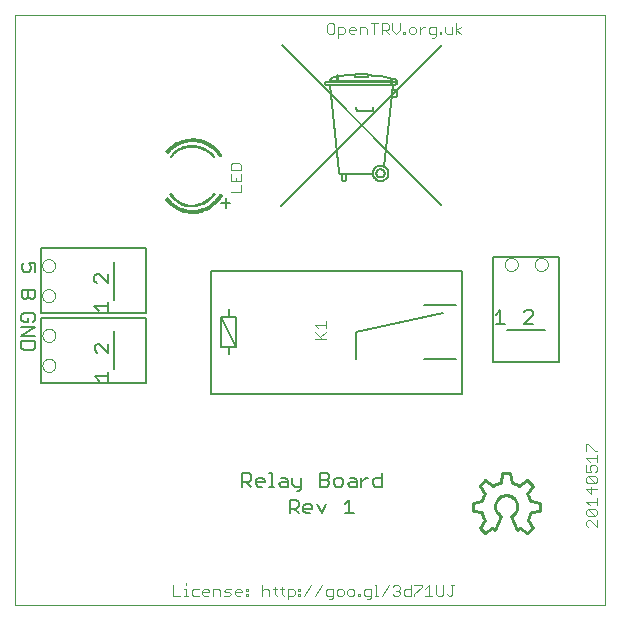
<source format=gto>
G75*
%MOIN*%
%OFA0B0*%
%FSLAX24Y24*%
%IPPOS*%
%LPD*%
%AMOC8*
5,1,8,0,0,1.08239X$1,22.5*
%
%ADD10C,0.0000*%
%ADD11C,0.0050*%
%ADD12C,0.0040*%
%ADD13C,0.0079*%
%ADD14C,0.0100*%
%ADD15C,0.0006*%
%ADD16C,0.0010*%
%ADD17C,0.0060*%
D10*
X000285Y000180D02*
X000285Y019865D01*
X019970Y019865D01*
X019970Y000180D01*
X000285Y000180D01*
X001202Y008174D02*
X001204Y008203D01*
X001210Y008231D01*
X001219Y008259D01*
X001232Y008285D01*
X001249Y008308D01*
X001268Y008330D01*
X001290Y008349D01*
X001315Y008364D01*
X001341Y008377D01*
X001369Y008385D01*
X001397Y008390D01*
X001426Y008391D01*
X001455Y008388D01*
X001483Y008381D01*
X001510Y008371D01*
X001536Y008357D01*
X001559Y008340D01*
X001580Y008320D01*
X001598Y008297D01*
X001613Y008272D01*
X001624Y008245D01*
X001632Y008217D01*
X001636Y008188D01*
X001636Y008160D01*
X001632Y008131D01*
X001624Y008103D01*
X001613Y008076D01*
X001598Y008051D01*
X001580Y008028D01*
X001559Y008008D01*
X001536Y007991D01*
X001510Y007977D01*
X001483Y007967D01*
X001455Y007960D01*
X001426Y007957D01*
X001397Y007958D01*
X001369Y007963D01*
X001341Y007971D01*
X001315Y007984D01*
X001290Y007999D01*
X001268Y008018D01*
X001249Y008040D01*
X001232Y008063D01*
X001219Y008089D01*
X001210Y008117D01*
X001204Y008145D01*
X001202Y008174D01*
X001202Y009174D02*
X001204Y009203D01*
X001210Y009231D01*
X001219Y009259D01*
X001232Y009285D01*
X001249Y009308D01*
X001268Y009330D01*
X001290Y009349D01*
X001315Y009364D01*
X001341Y009377D01*
X001369Y009385D01*
X001397Y009390D01*
X001426Y009391D01*
X001455Y009388D01*
X001483Y009381D01*
X001510Y009371D01*
X001536Y009357D01*
X001559Y009340D01*
X001580Y009320D01*
X001598Y009297D01*
X001613Y009272D01*
X001624Y009245D01*
X001632Y009217D01*
X001636Y009188D01*
X001636Y009160D01*
X001632Y009131D01*
X001624Y009103D01*
X001613Y009076D01*
X001598Y009051D01*
X001580Y009028D01*
X001559Y009008D01*
X001536Y008991D01*
X001510Y008977D01*
X001483Y008967D01*
X001455Y008960D01*
X001426Y008957D01*
X001397Y008958D01*
X001369Y008963D01*
X001341Y008971D01*
X001315Y008984D01*
X001290Y008999D01*
X001268Y009018D01*
X001249Y009040D01*
X001232Y009063D01*
X001219Y009089D01*
X001210Y009117D01*
X001204Y009145D01*
X001202Y009174D01*
X001194Y010500D02*
X001196Y010529D01*
X001202Y010557D01*
X001211Y010585D01*
X001224Y010611D01*
X001241Y010634D01*
X001260Y010656D01*
X001282Y010675D01*
X001307Y010690D01*
X001333Y010703D01*
X001361Y010711D01*
X001389Y010716D01*
X001418Y010717D01*
X001447Y010714D01*
X001475Y010707D01*
X001502Y010697D01*
X001528Y010683D01*
X001551Y010666D01*
X001572Y010646D01*
X001590Y010623D01*
X001605Y010598D01*
X001616Y010571D01*
X001624Y010543D01*
X001628Y010514D01*
X001628Y010486D01*
X001624Y010457D01*
X001616Y010429D01*
X001605Y010402D01*
X001590Y010377D01*
X001572Y010354D01*
X001551Y010334D01*
X001528Y010317D01*
X001502Y010303D01*
X001475Y010293D01*
X001447Y010286D01*
X001418Y010283D01*
X001389Y010284D01*
X001361Y010289D01*
X001333Y010297D01*
X001307Y010310D01*
X001282Y010325D01*
X001260Y010344D01*
X001241Y010366D01*
X001224Y010389D01*
X001211Y010415D01*
X001202Y010443D01*
X001196Y010471D01*
X001194Y010500D01*
X001194Y011500D02*
X001196Y011529D01*
X001202Y011557D01*
X001211Y011585D01*
X001224Y011611D01*
X001241Y011634D01*
X001260Y011656D01*
X001282Y011675D01*
X001307Y011690D01*
X001333Y011703D01*
X001361Y011711D01*
X001389Y011716D01*
X001418Y011717D01*
X001447Y011714D01*
X001475Y011707D01*
X001502Y011697D01*
X001528Y011683D01*
X001551Y011666D01*
X001572Y011646D01*
X001590Y011623D01*
X001605Y011598D01*
X001616Y011571D01*
X001624Y011543D01*
X001628Y011514D01*
X001628Y011486D01*
X001624Y011457D01*
X001616Y011429D01*
X001605Y011402D01*
X001590Y011377D01*
X001572Y011354D01*
X001551Y011334D01*
X001528Y011317D01*
X001502Y011303D01*
X001475Y011293D01*
X001447Y011286D01*
X001418Y011283D01*
X001389Y011284D01*
X001361Y011289D01*
X001333Y011297D01*
X001307Y011310D01*
X001282Y011325D01*
X001260Y011344D01*
X001241Y011366D01*
X001224Y011389D01*
X001211Y011415D01*
X001202Y011443D01*
X001196Y011471D01*
X001194Y011500D01*
X016615Y011539D02*
X016617Y011568D01*
X016623Y011596D01*
X016632Y011624D01*
X016645Y011650D01*
X016662Y011673D01*
X016681Y011695D01*
X016703Y011714D01*
X016728Y011729D01*
X016754Y011742D01*
X016782Y011750D01*
X016810Y011755D01*
X016839Y011756D01*
X016868Y011753D01*
X016896Y011746D01*
X016923Y011736D01*
X016949Y011722D01*
X016972Y011705D01*
X016993Y011685D01*
X017011Y011662D01*
X017026Y011637D01*
X017037Y011610D01*
X017045Y011582D01*
X017049Y011553D01*
X017049Y011525D01*
X017045Y011496D01*
X017037Y011468D01*
X017026Y011441D01*
X017011Y011416D01*
X016993Y011393D01*
X016972Y011373D01*
X016949Y011356D01*
X016923Y011342D01*
X016896Y011332D01*
X016868Y011325D01*
X016839Y011322D01*
X016810Y011323D01*
X016782Y011328D01*
X016754Y011336D01*
X016728Y011349D01*
X016703Y011364D01*
X016681Y011383D01*
X016662Y011405D01*
X016645Y011428D01*
X016632Y011454D01*
X016623Y011482D01*
X016617Y011510D01*
X016615Y011539D01*
X017615Y011539D02*
X017617Y011568D01*
X017623Y011596D01*
X017632Y011624D01*
X017645Y011650D01*
X017662Y011673D01*
X017681Y011695D01*
X017703Y011714D01*
X017728Y011729D01*
X017754Y011742D01*
X017782Y011750D01*
X017810Y011755D01*
X017839Y011756D01*
X017868Y011753D01*
X017896Y011746D01*
X017923Y011736D01*
X017949Y011722D01*
X017972Y011705D01*
X017993Y011685D01*
X018011Y011662D01*
X018026Y011637D01*
X018037Y011610D01*
X018045Y011582D01*
X018049Y011553D01*
X018049Y011525D01*
X018045Y011496D01*
X018037Y011468D01*
X018026Y011441D01*
X018011Y011416D01*
X017993Y011393D01*
X017972Y011373D01*
X017949Y011356D01*
X017923Y011342D01*
X017896Y011332D01*
X017868Y011325D01*
X017839Y011322D01*
X017810Y011323D01*
X017782Y011328D01*
X017754Y011336D01*
X017728Y011349D01*
X017703Y011364D01*
X017681Y011383D01*
X017662Y011405D01*
X017645Y011428D01*
X017632Y011454D01*
X017623Y011482D01*
X017617Y011510D01*
X017615Y011539D01*
D11*
X017482Y010015D02*
X017332Y010015D01*
X017257Y009940D01*
X017482Y010015D02*
X017557Y009940D01*
X017557Y009864D01*
X017257Y009564D01*
X017557Y009564D01*
X016623Y009564D02*
X016323Y009564D01*
X016473Y009564D02*
X016473Y010015D01*
X016323Y009864D01*
X012525Y004583D02*
X012525Y004133D01*
X012300Y004133D01*
X012225Y004208D01*
X012225Y004358D01*
X012300Y004433D01*
X012525Y004433D01*
X012066Y004433D02*
X011991Y004433D01*
X011841Y004283D01*
X011841Y004133D02*
X011841Y004433D01*
X011681Y004358D02*
X011681Y004133D01*
X011456Y004133D01*
X011381Y004208D01*
X011456Y004283D01*
X011681Y004283D01*
X011681Y004358D02*
X011606Y004433D01*
X011456Y004433D01*
X011221Y004358D02*
X011221Y004208D01*
X011145Y004133D01*
X010995Y004133D01*
X010920Y004208D01*
X010920Y004358D01*
X010995Y004433D01*
X011145Y004433D01*
X011221Y004358D01*
X010760Y004433D02*
X010685Y004358D01*
X010460Y004358D01*
X010685Y004358D02*
X010760Y004283D01*
X010760Y004208D01*
X010685Y004133D01*
X010460Y004133D01*
X010460Y004583D01*
X010685Y004583D01*
X010760Y004508D01*
X010760Y004433D01*
X009839Y004433D02*
X009839Y004058D01*
X009764Y003983D01*
X009689Y003983D01*
X009614Y004133D02*
X009839Y004133D01*
X009614Y004133D02*
X009539Y004208D01*
X009539Y004433D01*
X009379Y004358D02*
X009379Y004133D01*
X009154Y004133D01*
X009079Y004208D01*
X009154Y004283D01*
X009379Y004283D01*
X009379Y004358D02*
X009304Y004433D01*
X009154Y004433D01*
X008847Y004583D02*
X008847Y004133D01*
X008772Y004133D02*
X008922Y004133D01*
X008612Y004283D02*
X008311Y004283D01*
X008311Y004358D02*
X008386Y004433D01*
X008537Y004433D01*
X008612Y004358D01*
X008612Y004283D01*
X008537Y004133D02*
X008386Y004133D01*
X008311Y004208D01*
X008311Y004358D01*
X008151Y004358D02*
X008151Y004508D01*
X008076Y004583D01*
X007851Y004583D01*
X007851Y004133D01*
X007851Y004283D02*
X008076Y004283D01*
X008151Y004358D01*
X008001Y004283D02*
X008151Y004133D01*
X008772Y004583D02*
X008847Y004583D01*
X009446Y003702D02*
X009671Y003702D01*
X009746Y003627D01*
X009746Y003477D01*
X009671Y003402D01*
X009446Y003402D01*
X009596Y003402D02*
X009746Y003252D01*
X009907Y003327D02*
X009907Y003477D01*
X009982Y003552D01*
X010132Y003552D01*
X010207Y003477D01*
X010207Y003402D01*
X009907Y003402D01*
X009907Y003327D02*
X009982Y003252D01*
X010132Y003252D01*
X010367Y003552D02*
X010517Y003252D01*
X010667Y003552D01*
X011288Y003552D02*
X011438Y003702D01*
X011438Y003252D01*
X011288Y003252D02*
X011588Y003252D01*
X009446Y003252D02*
X009446Y003702D01*
X003394Y007665D02*
X003394Y007965D01*
X003394Y007815D02*
X002944Y007815D01*
X003094Y007665D01*
X003019Y008599D02*
X002944Y008674D01*
X002944Y008824D01*
X003019Y008899D01*
X003094Y008899D01*
X003394Y008599D01*
X003394Y008899D01*
X003386Y009991D02*
X003386Y010291D01*
X003386Y010141D02*
X002936Y010141D01*
X003086Y009991D01*
X003011Y010925D02*
X002936Y011000D01*
X002936Y011151D01*
X003011Y011226D01*
X003086Y011226D01*
X003386Y010925D01*
X003386Y011226D01*
X000969Y011303D02*
X000969Y011603D01*
X000744Y011603D01*
X000819Y011453D01*
X000819Y011378D01*
X000744Y011303D01*
X000594Y011303D01*
X000518Y011378D01*
X000518Y011528D01*
X000594Y011603D01*
X000512Y010678D02*
X000512Y010453D01*
X000587Y010378D01*
X000663Y010378D01*
X000738Y010453D01*
X000738Y010678D01*
X000963Y010678D02*
X000963Y010453D01*
X000888Y010378D01*
X000813Y010378D01*
X000738Y010453D01*
X000512Y010678D02*
X000963Y010678D01*
X000883Y009915D02*
X000583Y009915D01*
X000508Y009840D01*
X000508Y009690D01*
X000583Y009615D01*
X000733Y009615D01*
X000733Y009765D01*
X000883Y009915D02*
X000959Y009840D01*
X000959Y009690D01*
X000883Y009615D01*
X000959Y009455D02*
X000508Y009154D01*
X000959Y009154D01*
X000959Y008994D02*
X000959Y008769D01*
X000883Y008694D01*
X000583Y008694D01*
X000508Y008769D01*
X000508Y008994D01*
X000959Y008994D01*
X000959Y009455D02*
X000508Y009455D01*
X007174Y013582D02*
X007464Y013582D01*
X007324Y013432D02*
X007324Y013742D01*
D12*
X007477Y013948D02*
X007831Y013948D01*
X007831Y014184D01*
X007831Y014310D02*
X007831Y014546D01*
X007831Y014673D02*
X007831Y014850D01*
X007772Y014909D01*
X007536Y014909D01*
X007477Y014850D01*
X007477Y014673D01*
X007831Y014673D01*
X007654Y014428D02*
X007654Y014310D01*
X007477Y014310D02*
X007831Y014310D01*
X007477Y014310D02*
X007477Y014546D01*
X010758Y019222D02*
X010876Y019222D01*
X010935Y019281D01*
X010935Y019517D01*
X010876Y019576D01*
X010758Y019576D01*
X010699Y019517D01*
X010699Y019281D01*
X010758Y019222D01*
X011062Y019222D02*
X011239Y019222D01*
X011298Y019281D01*
X011298Y019399D01*
X011239Y019458D01*
X011062Y019458D01*
X011062Y019104D01*
X011424Y019281D02*
X011424Y019399D01*
X011483Y019458D01*
X011601Y019458D01*
X011660Y019399D01*
X011660Y019340D01*
X011424Y019340D01*
X011424Y019281D02*
X011483Y019222D01*
X011601Y019222D01*
X011787Y019222D02*
X011787Y019458D01*
X011964Y019458D01*
X012023Y019399D01*
X012023Y019222D01*
X012267Y019222D02*
X012267Y019576D01*
X012149Y019576D02*
X012385Y019576D01*
X012512Y019576D02*
X012689Y019576D01*
X012748Y019517D01*
X012748Y019399D01*
X012689Y019340D01*
X012512Y019340D01*
X012630Y019340D02*
X012748Y019222D01*
X012874Y019340D02*
X012992Y019222D01*
X013110Y019340D01*
X013110Y019576D01*
X012874Y019576D02*
X012874Y019340D01*
X013237Y019281D02*
X013237Y019222D01*
X013296Y019222D01*
X013296Y019281D01*
X013237Y019281D01*
X013418Y019281D02*
X013477Y019222D01*
X013595Y019222D01*
X013654Y019281D01*
X013654Y019399D01*
X013595Y019458D01*
X013477Y019458D01*
X013418Y019399D01*
X013418Y019281D01*
X013780Y019340D02*
X013898Y019458D01*
X013957Y019458D01*
X014083Y019399D02*
X014083Y019281D01*
X014142Y019222D01*
X014319Y019222D01*
X014319Y019163D02*
X014319Y019458D01*
X014142Y019458D01*
X014083Y019399D01*
X014201Y019104D02*
X014260Y019104D01*
X014319Y019163D01*
X014445Y019222D02*
X014504Y019222D01*
X014504Y019281D01*
X014445Y019281D01*
X014445Y019222D01*
X014626Y019281D02*
X014685Y019222D01*
X014862Y019222D01*
X014862Y019458D01*
X014989Y019576D02*
X014989Y019222D01*
X014989Y019340D02*
X015166Y019458D01*
X014989Y019340D02*
X015166Y019222D01*
X014626Y019281D02*
X014626Y019458D01*
X013780Y019458D02*
X013780Y019222D01*
X012512Y019222D02*
X012512Y019576D01*
X010645Y009645D02*
X010645Y009409D01*
X010645Y009527D02*
X010291Y009527D01*
X010409Y009409D01*
X010291Y009283D02*
X010527Y009047D01*
X010468Y009106D02*
X010645Y009283D01*
X010645Y009047D02*
X010291Y009047D01*
X010159Y000847D02*
X009923Y000493D01*
X009800Y000493D02*
X009741Y000493D01*
X009741Y000552D01*
X009800Y000552D01*
X009800Y000493D01*
X009800Y000670D02*
X009741Y000670D01*
X009741Y000729D01*
X009800Y000729D01*
X009800Y000670D01*
X009615Y000670D02*
X009615Y000552D01*
X009556Y000493D01*
X009379Y000493D01*
X009379Y000375D02*
X009379Y000729D01*
X009556Y000729D01*
X009615Y000670D01*
X009255Y000729D02*
X009137Y000729D01*
X009196Y000788D02*
X009196Y000552D01*
X009255Y000493D01*
X009013Y000493D02*
X008954Y000552D01*
X008954Y000788D01*
X008895Y000729D02*
X009013Y000729D01*
X008769Y000670D02*
X008769Y000493D01*
X008769Y000670D02*
X008710Y000729D01*
X008592Y000729D01*
X008533Y000670D01*
X008533Y000847D02*
X008533Y000493D01*
X008048Y000493D02*
X007989Y000493D01*
X007989Y000552D01*
X008048Y000552D01*
X008048Y000493D01*
X008048Y000670D02*
X007989Y000670D01*
X007989Y000729D01*
X008048Y000729D01*
X008048Y000670D01*
X007863Y000670D02*
X007863Y000611D01*
X007627Y000611D01*
X007627Y000670D02*
X007686Y000729D01*
X007804Y000729D01*
X007863Y000670D01*
X007804Y000493D02*
X007686Y000493D01*
X007627Y000552D01*
X007627Y000670D01*
X007500Y000729D02*
X007323Y000729D01*
X007264Y000670D01*
X007323Y000611D01*
X007441Y000611D01*
X007500Y000552D01*
X007441Y000493D01*
X007264Y000493D01*
X007138Y000493D02*
X007138Y000670D01*
X007079Y000729D01*
X006902Y000729D01*
X006902Y000493D01*
X006775Y000611D02*
X006539Y000611D01*
X006539Y000670D02*
X006598Y000729D01*
X006716Y000729D01*
X006775Y000670D01*
X006775Y000611D01*
X006716Y000493D02*
X006598Y000493D01*
X006539Y000552D01*
X006539Y000670D01*
X006413Y000729D02*
X006236Y000729D01*
X006177Y000670D01*
X006177Y000552D01*
X006236Y000493D01*
X006413Y000493D01*
X006053Y000493D02*
X005935Y000493D01*
X005994Y000493D02*
X005994Y000729D01*
X005935Y000729D01*
X005994Y000847D02*
X005994Y000906D01*
X005572Y000847D02*
X005572Y000493D01*
X005808Y000493D01*
X010285Y000493D02*
X010521Y000847D01*
X010648Y000670D02*
X010648Y000552D01*
X010707Y000493D01*
X010884Y000493D01*
X010884Y000434D02*
X010884Y000729D01*
X010707Y000729D01*
X010648Y000670D01*
X010884Y000434D02*
X010825Y000375D01*
X010766Y000375D01*
X011010Y000552D02*
X011069Y000493D01*
X011187Y000493D01*
X011246Y000552D01*
X011246Y000670D01*
X011187Y000729D01*
X011069Y000729D01*
X011010Y000670D01*
X011010Y000552D01*
X011373Y000552D02*
X011432Y000493D01*
X011550Y000493D01*
X011609Y000552D01*
X011609Y000670D01*
X011550Y000729D01*
X011432Y000729D01*
X011373Y000670D01*
X011373Y000552D01*
X011735Y000552D02*
X011794Y000552D01*
X011794Y000493D01*
X011735Y000493D01*
X011735Y000552D01*
X011916Y000552D02*
X011916Y000670D01*
X011975Y000729D01*
X012152Y000729D01*
X012152Y000434D01*
X012093Y000375D01*
X012034Y000375D01*
X011975Y000493D02*
X012152Y000493D01*
X012279Y000493D02*
X012397Y000493D01*
X012338Y000493D02*
X012338Y000847D01*
X012279Y000847D01*
X012521Y000493D02*
X012757Y000847D01*
X012883Y000788D02*
X012942Y000847D01*
X013060Y000847D01*
X013119Y000788D01*
X013119Y000729D01*
X013060Y000670D01*
X013119Y000611D01*
X013119Y000552D01*
X013060Y000493D01*
X012942Y000493D01*
X012883Y000552D01*
X013001Y000670D02*
X013060Y000670D01*
X013246Y000670D02*
X013305Y000729D01*
X013482Y000729D01*
X013482Y000847D02*
X013482Y000493D01*
X013305Y000493D01*
X013246Y000552D01*
X013246Y000670D01*
X013608Y000552D02*
X013608Y000493D01*
X013608Y000552D02*
X013844Y000788D01*
X013844Y000847D01*
X013608Y000847D01*
X013971Y000729D02*
X014089Y000847D01*
X014089Y000493D01*
X013971Y000493D02*
X014207Y000493D01*
X014333Y000552D02*
X014392Y000493D01*
X014510Y000493D01*
X014569Y000552D01*
X014569Y000847D01*
X014333Y000847D02*
X014333Y000552D01*
X014696Y000552D02*
X014755Y000493D01*
X014814Y000493D01*
X014873Y000552D01*
X014873Y000847D01*
X014814Y000847D02*
X014932Y000847D01*
X011975Y000493D02*
X011916Y000552D01*
X019327Y002852D02*
X019386Y002793D01*
X019327Y002852D02*
X019327Y002970D01*
X019386Y003029D01*
X019445Y003029D01*
X019681Y002793D01*
X019681Y003029D01*
X019622Y003155D02*
X019681Y003214D01*
X019681Y003332D01*
X019622Y003391D01*
X019386Y003391D01*
X019622Y003155D01*
X019386Y003155D01*
X019327Y003214D01*
X019327Y003332D01*
X019386Y003391D01*
X019445Y003518D02*
X019327Y003636D01*
X019681Y003636D01*
X019681Y003518D02*
X019681Y003754D01*
X019504Y003880D02*
X019504Y004116D01*
X019622Y004243D02*
X019386Y004243D01*
X019327Y004302D01*
X019327Y004420D01*
X019386Y004479D01*
X019622Y004243D01*
X019681Y004302D01*
X019681Y004420D01*
X019622Y004479D01*
X019386Y004479D01*
X019327Y004605D02*
X019504Y004605D01*
X019445Y004723D01*
X019445Y004782D01*
X019504Y004841D01*
X019622Y004841D01*
X019681Y004782D01*
X019681Y004664D01*
X019622Y004605D01*
X019327Y004605D02*
X019327Y004841D01*
X019445Y004968D02*
X019327Y005086D01*
X019681Y005086D01*
X019681Y004968D02*
X019681Y005204D01*
X019681Y005330D02*
X019622Y005330D01*
X019386Y005566D01*
X019327Y005566D01*
X019327Y005330D01*
X019327Y004057D02*
X019504Y003880D01*
X019681Y004057D02*
X019327Y004057D01*
D13*
X014496Y013524D02*
X009181Y018839D01*
X011061Y017835D02*
X011065Y017786D01*
X011065Y017736D01*
X011061Y017687D01*
X011022Y017678D02*
X011012Y017776D01*
X011011Y017836D02*
X011014Y017844D01*
X011019Y017852D01*
X011027Y017856D01*
X011036Y017858D01*
X011045Y017856D01*
X011053Y017852D01*
X011058Y017844D01*
X011061Y017836D01*
X010844Y017756D02*
X010829Y017747D01*
X010817Y017736D01*
X010806Y017723D01*
X010799Y017708D01*
X010794Y017691D01*
X010793Y017674D01*
X010795Y017658D01*
X010805Y017658D02*
X012842Y017658D01*
X012872Y017658D02*
X012874Y017671D01*
X012873Y017684D01*
X012869Y017697D01*
X012862Y017708D01*
X012852Y017717D01*
X012823Y017628D02*
X012825Y017647D01*
X012830Y017666D01*
X012840Y017682D01*
X012852Y017697D01*
X012867Y017709D01*
X012883Y017719D01*
X012902Y017724D01*
X012921Y017726D01*
X012940Y017724D01*
X012959Y017719D01*
X012975Y017709D01*
X012990Y017697D01*
X013002Y017682D01*
X013012Y017666D01*
X013017Y017647D01*
X013019Y017628D01*
X013017Y017609D01*
X013012Y017590D01*
X013002Y017574D01*
X012990Y017559D01*
X012975Y017547D01*
X012959Y017537D01*
X012940Y017532D01*
X012921Y017530D01*
X012902Y017532D01*
X012883Y017537D01*
X012867Y017547D01*
X012852Y017559D01*
X012840Y017574D01*
X012830Y017590D01*
X012825Y017609D01*
X012823Y017628D01*
X012941Y017530D02*
X012958Y017532D01*
X012975Y017537D01*
X012990Y017545D01*
X013004Y017556D01*
X013015Y017570D01*
X013023Y017585D01*
X013028Y017602D01*
X013030Y017619D01*
X013029Y017619D02*
X013029Y017628D01*
X010687Y017628D01*
X010677Y017628D01*
X010667Y017628D01*
X010677Y017628D02*
X010687Y017628D01*
X010667Y017629D02*
X010658Y017628D01*
X010649Y017623D01*
X010643Y017617D01*
X010638Y017608D01*
X010637Y017599D01*
X010638Y017599D02*
X010638Y017579D01*
X010638Y017550D01*
X010637Y017550D02*
X010639Y017542D01*
X010643Y017536D01*
X010649Y017532D01*
X010657Y017530D01*
X010815Y017530D01*
X011661Y017530D01*
X012468Y017530D01*
X012941Y017530D01*
X012882Y017520D02*
X012606Y014804D01*
X012340Y014577D02*
X012342Y014600D01*
X012348Y014623D01*
X012358Y014644D01*
X012371Y014664D01*
X012387Y014681D01*
X012406Y014695D01*
X012427Y014705D01*
X012449Y014712D01*
X012472Y014715D01*
X012496Y014714D01*
X012518Y014709D01*
X012540Y014700D01*
X012560Y014688D01*
X012578Y014672D01*
X012592Y014654D01*
X012604Y014634D01*
X012612Y014612D01*
X012616Y014589D01*
X012616Y014565D01*
X012612Y014542D01*
X012604Y014520D01*
X012592Y014500D01*
X012578Y014482D01*
X012560Y014466D01*
X012540Y014454D01*
X012518Y014445D01*
X012496Y014440D01*
X012472Y014439D01*
X012449Y014442D01*
X012427Y014449D01*
X012406Y014459D01*
X012387Y014473D01*
X012371Y014490D01*
X012358Y014510D01*
X012348Y014531D01*
X012342Y014554D01*
X012340Y014577D01*
X012213Y014548D02*
X011218Y014538D01*
X011189Y014518D02*
X011189Y014390D01*
X011190Y014377D01*
X011195Y014364D01*
X011202Y014353D01*
X011211Y014344D01*
X011222Y014337D01*
X011235Y014332D01*
X011248Y014331D01*
X011268Y014331D01*
X011281Y014333D01*
X011293Y014338D01*
X011303Y014345D01*
X011310Y014356D01*
X011315Y014367D01*
X011317Y014380D01*
X011317Y014518D01*
X011159Y014547D02*
X011142Y014551D01*
X011127Y014557D01*
X011112Y014567D01*
X011100Y014579D01*
X011090Y014594D01*
X011084Y014609D01*
X011080Y014626D01*
X011081Y014626D02*
X010795Y017520D01*
X010845Y017756D02*
X010883Y017772D01*
X010923Y017785D01*
X010963Y017796D01*
X011011Y017776D02*
X011010Y017806D01*
X011011Y017836D01*
X011573Y017845D02*
X011622Y017845D01*
X011622Y017874D02*
X011622Y017796D01*
X012075Y017796D01*
X012075Y017874D01*
X011622Y017874D01*
X012085Y017845D02*
X012272Y017835D01*
X012794Y017747D02*
X012814Y017739D01*
X012834Y017729D01*
X012853Y017717D01*
X012881Y017353D02*
X012894Y017351D01*
X012908Y017351D01*
X012921Y017353D01*
X012921Y017352D02*
X012939Y017354D01*
X012956Y017352D01*
X012973Y017347D01*
X012989Y017339D01*
X013003Y017328D01*
X013014Y017314D01*
X013022Y017298D01*
X013027Y017282D01*
X013029Y017264D01*
X013029Y017205D01*
X013028Y017188D01*
X013023Y017171D01*
X013016Y017156D01*
X013006Y017142D01*
X012994Y017130D01*
X012980Y017120D01*
X012965Y017113D01*
X012948Y017108D01*
X012931Y017107D01*
X012862Y017107D01*
X012232Y016772D02*
X012232Y016703D01*
X012231Y016693D01*
X012227Y016684D01*
X012221Y016675D01*
X012213Y016669D01*
X012203Y016665D01*
X012193Y016664D01*
X011730Y016664D01*
X011717Y016665D01*
X011704Y016670D01*
X011693Y016677D01*
X011684Y016686D01*
X011677Y016697D01*
X011672Y016710D01*
X011671Y016723D01*
X011671Y016752D01*
X011671Y016782D01*
X011081Y017816D02*
X011022Y017807D01*
X010963Y017796D01*
X012596Y017796D02*
X012662Y017782D01*
X012728Y017766D01*
X012793Y017747D01*
X014516Y018859D02*
X009161Y013504D01*
X011159Y014548D02*
X011189Y014544D01*
X011218Y014538D01*
X011081Y017815D02*
X011204Y017828D01*
X011326Y017838D01*
X011450Y017843D01*
X011573Y017845D01*
X012271Y017835D02*
X012353Y017829D01*
X012435Y017821D01*
X012516Y017809D01*
X012596Y017795D01*
X012222Y014577D02*
X012224Y014608D01*
X012230Y014639D01*
X012239Y014669D01*
X012252Y014698D01*
X012269Y014725D01*
X012289Y014749D01*
X012311Y014771D01*
X012337Y014790D01*
X012364Y014806D01*
X012393Y014818D01*
X012423Y014827D01*
X012454Y014832D01*
X012486Y014833D01*
X012517Y014830D01*
X012548Y014823D01*
X012578Y014813D01*
X012606Y014799D01*
X012632Y014781D01*
X012656Y014761D01*
X012677Y014737D01*
X012696Y014712D01*
X012711Y014684D01*
X012722Y014655D01*
X012730Y014624D01*
X012734Y014593D01*
X012734Y014561D01*
X012730Y014530D01*
X012722Y014499D01*
X012711Y014470D01*
X012696Y014442D01*
X012677Y014417D01*
X012656Y014393D01*
X012632Y014373D01*
X012606Y014355D01*
X012578Y014341D01*
X012548Y014331D01*
X012517Y014324D01*
X012486Y014321D01*
X012454Y014322D01*
X012423Y014327D01*
X012393Y014336D01*
X012364Y014348D01*
X012337Y014364D01*
X012311Y014383D01*
X012289Y014405D01*
X012269Y014429D01*
X012252Y014456D01*
X012239Y014485D01*
X012230Y014515D01*
X012224Y014546D01*
X012222Y014577D01*
D14*
X016526Y004579D02*
X016796Y004579D01*
X016846Y004259D01*
X016476Y004259D02*
X016526Y004579D01*
X016226Y004159D02*
X015966Y004339D01*
X015776Y004159D01*
X015956Y003899D01*
X015846Y003649D02*
X015546Y003589D01*
X015546Y003329D01*
X015846Y003279D01*
X015946Y003009D02*
X015786Y002769D01*
X015966Y002579D01*
X016206Y002749D01*
X016306Y002689D01*
X016506Y003139D01*
X016826Y003139D02*
X017016Y002689D01*
X017116Y002749D01*
X017356Y002579D01*
X017546Y002769D01*
X017376Y003009D01*
X017476Y003279D02*
X017776Y003329D01*
X017776Y003589D01*
X017476Y003649D01*
X017366Y003899D02*
X017546Y004159D01*
X017356Y004339D01*
X017096Y004159D01*
X016826Y003149D02*
X016859Y003167D01*
X016889Y003188D01*
X016918Y003212D01*
X016944Y003239D01*
X016966Y003268D01*
X016986Y003300D01*
X017003Y003333D01*
X017016Y003368D01*
X017025Y003404D01*
X017031Y003441D01*
X017033Y003478D01*
X017031Y003515D01*
X017026Y003552D01*
X017016Y003588D01*
X017004Y003623D01*
X016987Y003657D01*
X016968Y003688D01*
X016945Y003718D01*
X016919Y003745D01*
X016891Y003769D01*
X016860Y003790D01*
X016828Y003808D01*
X016794Y003823D01*
X016758Y003834D01*
X016722Y003842D01*
X016685Y003846D01*
X016647Y003846D01*
X016610Y003842D01*
X016574Y003834D01*
X016538Y003823D01*
X016504Y003808D01*
X016472Y003790D01*
X016441Y003769D01*
X016413Y003745D01*
X016387Y003718D01*
X016364Y003688D01*
X016345Y003657D01*
X016328Y003623D01*
X016316Y003588D01*
X016306Y003552D01*
X016301Y003515D01*
X016299Y003478D01*
X016301Y003441D01*
X016307Y003404D01*
X016316Y003368D01*
X016329Y003333D01*
X016346Y003300D01*
X016366Y003268D01*
X016388Y003239D01*
X016414Y003212D01*
X016443Y003188D01*
X016473Y003167D01*
X016506Y003149D01*
X017376Y003009D02*
X017399Y003050D01*
X017420Y003093D01*
X017438Y003138D01*
X017453Y003183D01*
X017466Y003229D01*
X017476Y003276D01*
X017475Y003649D02*
X017460Y003701D01*
X017441Y003752D01*
X017419Y003802D01*
X017394Y003850D01*
X017365Y003897D01*
X017100Y004160D02*
X017053Y004187D01*
X017004Y004210D01*
X016954Y004230D01*
X016903Y004247D01*
X016851Y004261D01*
X016469Y004259D02*
X016419Y004246D01*
X016370Y004229D01*
X016322Y004210D01*
X016275Y004187D01*
X016230Y004162D01*
X015957Y003894D02*
X015930Y003847D01*
X015906Y003800D01*
X015885Y003751D01*
X015867Y003700D01*
X015853Y003649D01*
X015847Y003278D02*
X015860Y003222D01*
X015877Y003167D01*
X015898Y003114D01*
X015922Y003062D01*
X015950Y003012D01*
D15*
X005434Y013897D02*
X005480Y013925D01*
X005480Y013924D02*
X005511Y013877D01*
X005545Y013832D01*
X005582Y013790D01*
X005622Y013750D01*
X005664Y013712D01*
X005709Y013678D01*
X005756Y013647D01*
X005805Y013619D01*
X005856Y013595D01*
X005909Y013573D01*
X005962Y013556D01*
X006017Y013542D01*
X006073Y013532D01*
X006129Y013526D01*
X006125Y013472D01*
X006069Y013478D01*
X006014Y013488D01*
X005959Y013501D01*
X005905Y013517D01*
X005853Y013537D01*
X005802Y013560D01*
X005752Y013587D01*
X005704Y013616D01*
X005659Y013648D01*
X005615Y013683D01*
X005573Y013721D01*
X005534Y013762D01*
X005498Y013804D01*
X005464Y013849D01*
X005434Y013896D01*
X005438Y013899D01*
X005468Y013852D01*
X005502Y013807D01*
X005538Y013765D01*
X005577Y013725D01*
X005618Y013687D01*
X005662Y013652D01*
X005707Y013620D01*
X005755Y013591D01*
X005804Y013565D01*
X005855Y013542D01*
X005907Y013522D01*
X005960Y013506D01*
X006015Y013493D01*
X006070Y013483D01*
X006125Y013477D01*
X006125Y013482D01*
X006070Y013488D01*
X006016Y013497D01*
X005962Y013510D01*
X005909Y013527D01*
X005857Y013546D01*
X005806Y013569D01*
X005757Y013595D01*
X005710Y013624D01*
X005665Y013656D01*
X005621Y013691D01*
X005580Y013728D01*
X005542Y013768D01*
X005506Y013811D01*
X005473Y013855D01*
X005442Y013901D01*
X005446Y013904D01*
X005477Y013858D01*
X005510Y013814D01*
X005545Y013772D01*
X005584Y013732D01*
X005625Y013695D01*
X005668Y013660D01*
X005713Y013629D01*
X005760Y013600D01*
X005808Y013574D01*
X005859Y013551D01*
X005910Y013532D01*
X005963Y013515D01*
X006017Y013502D01*
X006071Y013493D01*
X006126Y013487D01*
X006126Y013492D01*
X006068Y013498D01*
X006010Y013509D01*
X005953Y013523D01*
X005897Y013541D01*
X005843Y013563D01*
X005790Y013589D01*
X005739Y013618D01*
X005690Y013650D01*
X005643Y013686D01*
X005599Y013725D01*
X005557Y013766D01*
X005519Y013811D01*
X005483Y013858D01*
X005451Y013907D01*
X005455Y013909D01*
X005487Y013860D01*
X005522Y013814D01*
X005561Y013770D01*
X005602Y013728D01*
X005646Y013690D01*
X005692Y013655D01*
X005741Y013622D01*
X005792Y013593D01*
X005845Y013568D01*
X005899Y013546D01*
X005954Y013528D01*
X006011Y013514D01*
X006068Y013503D01*
X006127Y013497D01*
X006127Y013502D01*
X006069Y013508D01*
X006012Y013519D01*
X005956Y013533D01*
X005900Y013551D01*
X005847Y013573D01*
X005794Y013598D01*
X005744Y013627D01*
X005695Y013659D01*
X005649Y013694D01*
X005605Y013732D01*
X005564Y013773D01*
X005526Y013817D01*
X005491Y013863D01*
X005459Y013912D01*
X005464Y013914D01*
X005495Y013866D01*
X005530Y013820D01*
X005568Y013777D01*
X005609Y013736D01*
X005652Y013698D01*
X005698Y013663D01*
X005746Y013631D01*
X005797Y013602D01*
X005849Y013577D01*
X005902Y013556D01*
X005957Y013538D01*
X006013Y013524D01*
X006070Y013513D01*
X006127Y013507D01*
X006128Y013512D01*
X006071Y013518D01*
X006014Y013528D01*
X005958Y013542D01*
X005904Y013560D01*
X005851Y013582D01*
X005799Y013607D01*
X005749Y013635D01*
X005701Y013667D01*
X005656Y013702D01*
X005612Y013739D01*
X005572Y013780D01*
X005534Y013823D01*
X005499Y013869D01*
X005468Y013917D01*
X005472Y013920D01*
X005503Y013872D01*
X005538Y013826D01*
X005575Y013783D01*
X005616Y013743D01*
X005659Y013705D01*
X005704Y013671D01*
X005752Y013639D01*
X005801Y013611D01*
X005853Y013586D01*
X005906Y013565D01*
X005960Y013547D01*
X006015Y013533D01*
X006071Y013523D01*
X006128Y013517D01*
X006128Y013522D01*
X006072Y013528D01*
X006016Y013538D01*
X005961Y013552D01*
X005907Y013570D01*
X005855Y013591D01*
X005804Y013616D01*
X005754Y013644D01*
X005707Y013675D01*
X005662Y013709D01*
X005619Y013747D01*
X005579Y013787D01*
X005542Y013830D01*
X005508Y013875D01*
X005476Y013922D01*
X006133Y013474D02*
X006132Y013528D01*
X006133Y013527D02*
X006192Y013529D01*
X006251Y013535D01*
X006310Y013545D01*
X006368Y013558D01*
X006425Y013575D01*
X006481Y013595D01*
X006535Y013619D01*
X006588Y013646D01*
X006640Y013676D01*
X006689Y013709D01*
X006736Y013745D01*
X006781Y013784D01*
X006823Y013826D01*
X006863Y013870D01*
X006900Y013916D01*
X006943Y013885D01*
X006943Y013884D01*
X006904Y013835D01*
X006862Y013789D01*
X006818Y013745D01*
X006770Y013703D01*
X006721Y013665D01*
X006668Y013630D01*
X006614Y013598D01*
X006558Y013570D01*
X006501Y013545D01*
X006442Y013524D01*
X006381Y013506D01*
X006320Y013492D01*
X006258Y013482D01*
X006196Y013476D01*
X006133Y013473D01*
X006133Y013478D01*
X006196Y013481D01*
X006258Y013487D01*
X006319Y013497D01*
X006380Y013511D01*
X006440Y013528D01*
X006499Y013550D01*
X006556Y013574D01*
X006612Y013603D01*
X006666Y013634D01*
X006718Y013669D01*
X006767Y013707D01*
X006814Y013748D01*
X006859Y013792D01*
X006901Y013838D01*
X006939Y013887D01*
X006935Y013890D01*
X006897Y013842D01*
X006855Y013795D01*
X006811Y013752D01*
X006764Y013711D01*
X006715Y013673D01*
X006663Y013639D01*
X006610Y013607D01*
X006554Y013579D01*
X006497Y013554D01*
X006439Y013533D01*
X006379Y013516D01*
X006318Y013502D01*
X006257Y013492D01*
X006195Y013486D01*
X006133Y013483D01*
X006133Y013488D01*
X006195Y013490D01*
X006256Y013497D01*
X006317Y013507D01*
X006378Y013520D01*
X006437Y013538D01*
X006495Y013559D01*
X006552Y013583D01*
X006607Y013611D01*
X006660Y013643D01*
X006712Y013677D01*
X006761Y013715D01*
X006808Y013756D01*
X006852Y013799D01*
X006893Y013845D01*
X006931Y013893D01*
X006927Y013896D01*
X006889Y013848D01*
X006848Y013802D01*
X006804Y013759D01*
X006758Y013719D01*
X006709Y013681D01*
X006658Y013647D01*
X006605Y013616D01*
X006550Y013588D01*
X006493Y013564D01*
X006436Y013543D01*
X006376Y013525D01*
X006316Y013512D01*
X006256Y013502D01*
X006195Y013495D01*
X006133Y013493D01*
X006133Y013498D01*
X006194Y013500D01*
X006255Y013507D01*
X006316Y013517D01*
X006375Y013530D01*
X006434Y013547D01*
X006492Y013568D01*
X006548Y013593D01*
X006602Y013620D01*
X006655Y013651D01*
X006706Y013685D01*
X006754Y013723D01*
X006801Y013763D01*
X006844Y013806D01*
X006885Y013851D01*
X006923Y013899D01*
X006919Y013902D01*
X006881Y013854D01*
X006841Y013809D01*
X006797Y013766D01*
X006751Y013727D01*
X006703Y013689D01*
X006652Y013655D01*
X006600Y013625D01*
X006546Y013597D01*
X006490Y013573D01*
X006432Y013552D01*
X006374Y013535D01*
X006315Y013521D01*
X006254Y013512D01*
X006194Y013505D01*
X006133Y013503D01*
X006133Y013508D01*
X006194Y013510D01*
X006254Y013517D01*
X006314Y013526D01*
X006373Y013540D01*
X006431Y013557D01*
X006488Y013578D01*
X006543Y013602D01*
X006598Y013629D01*
X006650Y013660D01*
X006700Y013694D01*
X006748Y013730D01*
X006794Y013770D01*
X006837Y013813D01*
X006878Y013858D01*
X006915Y013905D01*
X006911Y013908D01*
X006874Y013861D01*
X006834Y013816D01*
X006791Y013774D01*
X006745Y013734D01*
X006697Y013698D01*
X006647Y013664D01*
X006595Y013633D01*
X006541Y013606D01*
X006486Y013582D01*
X006429Y013562D01*
X006371Y013545D01*
X006313Y013531D01*
X006253Y013522D01*
X006193Y013515D01*
X006133Y013513D01*
X006133Y013518D01*
X006193Y013520D01*
X006253Y013526D01*
X006312Y013536D01*
X006370Y013550D01*
X006428Y013566D01*
X006484Y013587D01*
X006539Y013611D01*
X006593Y013638D01*
X006644Y013668D01*
X006694Y013702D01*
X006742Y013738D01*
X006787Y013777D01*
X006830Y013820D01*
X006870Y013864D01*
X006907Y013911D01*
X006903Y013914D01*
X006866Y013867D01*
X006826Y013823D01*
X006784Y013781D01*
X006739Y013742D01*
X006691Y013706D01*
X006642Y013672D01*
X006590Y013642D01*
X006537Y013615D01*
X006482Y013591D01*
X006426Y013571D01*
X006369Y013554D01*
X006311Y013541D01*
X006252Y013531D01*
X006192Y013525D01*
X006133Y013523D01*
X006935Y015149D02*
X006894Y015114D01*
X006894Y015115D02*
X006855Y015159D01*
X006813Y015200D01*
X006769Y015239D01*
X006723Y015275D01*
X006674Y015308D01*
X006624Y015339D01*
X006572Y015366D01*
X006518Y015390D01*
X006463Y015410D01*
X006407Y015428D01*
X006350Y015442D01*
X006292Y015452D01*
X006234Y015459D01*
X006175Y015463D01*
X006116Y015463D01*
X006115Y015516D01*
X006114Y015516D01*
X006176Y015517D01*
X006238Y015513D01*
X006300Y015506D01*
X006361Y015495D01*
X006421Y015480D01*
X006481Y015461D01*
X006539Y015440D01*
X006595Y015414D01*
X006650Y015386D01*
X006704Y015354D01*
X006755Y015319D01*
X006804Y015280D01*
X006850Y015239D01*
X006894Y015196D01*
X006936Y015149D01*
X006932Y015146D01*
X006891Y015192D01*
X006847Y015236D01*
X006801Y015277D01*
X006752Y015315D01*
X006701Y015349D01*
X006648Y015381D01*
X006593Y015410D01*
X006537Y015435D01*
X006479Y015457D01*
X006420Y015475D01*
X006360Y015490D01*
X006299Y015501D01*
X006238Y015508D01*
X006176Y015512D01*
X006114Y015511D01*
X006115Y015506D01*
X006176Y015507D01*
X006237Y015503D01*
X006298Y015496D01*
X006359Y015485D01*
X006419Y015470D01*
X006477Y015452D01*
X006535Y015430D01*
X006591Y015405D01*
X006645Y015377D01*
X006698Y015345D01*
X006749Y015311D01*
X006797Y015273D01*
X006844Y015232D01*
X006887Y015189D01*
X006928Y015143D01*
X006924Y015140D01*
X006883Y015185D01*
X006840Y015229D01*
X006794Y015269D01*
X006746Y015306D01*
X006695Y015341D01*
X006643Y015373D01*
X006589Y015401D01*
X006533Y015426D01*
X006476Y015447D01*
X006417Y015465D01*
X006358Y015480D01*
X006298Y015491D01*
X006237Y015498D01*
X006176Y015502D01*
X006115Y015501D01*
X006115Y015496D01*
X006176Y015497D01*
X006237Y015493D01*
X006297Y015486D01*
X006357Y015475D01*
X006416Y015461D01*
X006474Y015443D01*
X006531Y015421D01*
X006587Y015396D01*
X006641Y015368D01*
X006693Y015337D01*
X006743Y015302D01*
X006791Y015265D01*
X006837Y015225D01*
X006880Y015182D01*
X006920Y015137D01*
X006917Y015133D01*
X006876Y015179D01*
X006833Y015221D01*
X006788Y015261D01*
X006740Y015298D01*
X006690Y015333D01*
X006638Y015364D01*
X006584Y015392D01*
X006529Y015416D01*
X006473Y015438D01*
X006415Y015456D01*
X006356Y015470D01*
X006296Y015481D01*
X006236Y015488D01*
X006176Y015492D01*
X006115Y015491D01*
X006115Y015486D01*
X006176Y015487D01*
X006236Y015483D01*
X006296Y015476D01*
X006355Y015465D01*
X006413Y015451D01*
X006471Y015433D01*
X006527Y015412D01*
X006582Y015387D01*
X006636Y015359D01*
X006687Y015328D01*
X006737Y015294D01*
X006785Y015257D01*
X006830Y015218D01*
X006873Y015175D01*
X006913Y015130D01*
X006909Y015127D01*
X006869Y015172D01*
X006826Y015214D01*
X006781Y015254D01*
X006734Y015290D01*
X006685Y015324D01*
X006633Y015355D01*
X006580Y015383D01*
X006525Y015407D01*
X006469Y015428D01*
X006412Y015446D01*
X006354Y015460D01*
X006295Y015471D01*
X006235Y015478D01*
X006175Y015482D01*
X006116Y015482D01*
X006116Y015477D01*
X006175Y015477D01*
X006235Y015473D01*
X006294Y015466D01*
X006353Y015455D01*
X006411Y015441D01*
X006468Y015424D01*
X006523Y015403D01*
X006578Y015378D01*
X006631Y015351D01*
X006682Y015320D01*
X006731Y015286D01*
X006778Y015250D01*
X006823Y015210D01*
X006865Y015168D01*
X006905Y015124D01*
X006901Y015121D01*
X006862Y015165D01*
X006820Y015207D01*
X006775Y015246D01*
X006728Y015282D01*
X006679Y015316D01*
X006628Y015346D01*
X006576Y015374D01*
X006522Y015398D01*
X006466Y015419D01*
X006409Y015436D01*
X006352Y015450D01*
X006293Y015461D01*
X006234Y015468D01*
X006175Y015472D01*
X006116Y015472D01*
X006116Y015467D01*
X006175Y015467D01*
X006234Y015463D01*
X006293Y015456D01*
X006351Y015446D01*
X006408Y015432D01*
X006464Y015414D01*
X006520Y015393D01*
X006574Y015369D01*
X006626Y015342D01*
X006677Y015312D01*
X006725Y015278D01*
X006772Y015242D01*
X006816Y015203D01*
X006858Y015161D01*
X006897Y015117D01*
X006108Y015517D02*
X006111Y015463D01*
X006111Y015464D02*
X006055Y015458D01*
X005999Y015449D01*
X005945Y015436D01*
X005891Y015419D01*
X005838Y015399D01*
X005788Y015375D01*
X005738Y015347D01*
X005691Y015317D01*
X005646Y015283D01*
X005604Y015245D01*
X005564Y015206D01*
X005528Y015163D01*
X005494Y015118D01*
X005450Y015148D01*
X005449Y015149D01*
X005483Y015193D01*
X005519Y015236D01*
X005558Y015276D01*
X005599Y015313D01*
X005643Y015348D01*
X005689Y015380D01*
X005736Y015409D01*
X005786Y015434D01*
X005837Y015457D01*
X005889Y015476D01*
X005943Y015492D01*
X005997Y015504D01*
X006052Y015512D01*
X006108Y015517D01*
X006108Y015512D01*
X006053Y015507D01*
X005998Y015499D01*
X005944Y015487D01*
X005891Y015471D01*
X005839Y015452D01*
X005788Y015430D01*
X005739Y015404D01*
X005691Y015376D01*
X005646Y015344D01*
X005602Y015310D01*
X005561Y015272D01*
X005523Y015233D01*
X005487Y015190D01*
X005454Y015146D01*
X005458Y015143D01*
X005491Y015187D01*
X005526Y015229D01*
X005565Y015269D01*
X005606Y015306D01*
X005649Y015340D01*
X005694Y015372D01*
X005741Y015400D01*
X005790Y015425D01*
X005841Y015448D01*
X005892Y015466D01*
X005945Y015482D01*
X005999Y015494D01*
X006054Y015502D01*
X006108Y015508D01*
X006109Y015503D01*
X006054Y015498D01*
X006000Y015489D01*
X005947Y015477D01*
X005894Y015462D01*
X005842Y015443D01*
X005792Y015421D01*
X005744Y015396D01*
X005697Y015367D01*
X005652Y015336D01*
X005609Y015302D01*
X005568Y015265D01*
X005530Y015226D01*
X005495Y015184D01*
X005462Y015140D01*
X005466Y015137D01*
X005498Y015181D01*
X005534Y015222D01*
X005572Y015262D01*
X005612Y015298D01*
X005655Y015332D01*
X005699Y015363D01*
X005746Y015391D01*
X005794Y015416D01*
X005844Y015438D01*
X005896Y015457D01*
X005948Y015472D01*
X006001Y015484D01*
X006055Y015493D01*
X006109Y015498D01*
X006109Y015493D01*
X006055Y015488D01*
X006002Y015479D01*
X005949Y015467D01*
X005897Y015452D01*
X005846Y015434D01*
X005797Y015412D01*
X005749Y015387D01*
X005702Y015359D01*
X005658Y015328D01*
X005615Y015294D01*
X005575Y015258D01*
X005537Y015219D01*
X005502Y015178D01*
X005470Y015134D01*
X005474Y015132D01*
X005506Y015175D01*
X005541Y015216D01*
X005579Y015254D01*
X005619Y015291D01*
X005661Y015324D01*
X005705Y015355D01*
X005751Y015383D01*
X005799Y015407D01*
X005848Y015429D01*
X005899Y015447D01*
X005950Y015462D01*
X006003Y015474D01*
X006056Y015483D01*
X006110Y015488D01*
X006110Y015483D01*
X006057Y015478D01*
X006004Y015469D01*
X005952Y015458D01*
X005900Y015443D01*
X005850Y015424D01*
X005801Y015403D01*
X005753Y015378D01*
X005708Y015351D01*
X005664Y015320D01*
X005622Y015287D01*
X005582Y015251D01*
X005545Y015212D01*
X005510Y015172D01*
X005478Y015129D01*
X005482Y015126D01*
X005514Y015169D01*
X005549Y015209D01*
X005586Y015247D01*
X005625Y015283D01*
X005667Y015316D01*
X005710Y015346D01*
X005756Y015374D01*
X005803Y015398D01*
X005852Y015420D01*
X005902Y015438D01*
X005953Y015453D01*
X006005Y015464D01*
X006057Y015473D01*
X006110Y015478D01*
X006110Y015473D01*
X006054Y015467D01*
X005998Y015458D01*
X005942Y015445D01*
X005888Y015428D01*
X005835Y015407D01*
X005783Y015383D01*
X005734Y015355D01*
X005686Y015324D01*
X005641Y015289D01*
X005598Y015252D01*
X005558Y015212D01*
X005521Y015169D01*
X005486Y015123D01*
X005491Y015120D01*
X005524Y015165D01*
X005561Y015208D01*
X005601Y015248D01*
X005644Y015286D01*
X005689Y015320D01*
X005736Y015351D01*
X005786Y015378D01*
X005837Y015403D01*
X005890Y015423D01*
X005944Y015440D01*
X005999Y015453D01*
X006054Y015462D01*
X006111Y015468D01*
D16*
X007174Y015186D02*
X007097Y015140D01*
X007097Y015141D02*
X007062Y015195D01*
X007025Y015247D01*
X006984Y015296D01*
X006940Y015343D01*
X006893Y015387D01*
X006844Y015428D01*
X006792Y015466D01*
X006738Y015501D01*
X006682Y015532D01*
X006625Y015560D01*
X006565Y015584D01*
X006504Y015605D01*
X006443Y015622D01*
X006380Y015635D01*
X006316Y015644D01*
X006252Y015650D01*
X006188Y015651D01*
X006187Y015740D01*
X006187Y015741D01*
X006253Y015740D01*
X006318Y015735D01*
X006384Y015726D01*
X006448Y015713D01*
X006512Y015697D01*
X006575Y015677D01*
X006636Y015653D01*
X006696Y015626D01*
X006755Y015595D01*
X006811Y015562D01*
X006866Y015524D01*
X006918Y015484D01*
X006968Y015441D01*
X007015Y015395D01*
X007059Y015346D01*
X007101Y015295D01*
X007139Y015242D01*
X007175Y015186D01*
X007167Y015182D01*
X007132Y015237D01*
X007094Y015290D01*
X007052Y015341D01*
X007008Y015389D01*
X006961Y015434D01*
X006912Y015477D01*
X006860Y015517D01*
X006806Y015554D01*
X006750Y015588D01*
X006692Y015618D01*
X006633Y015645D01*
X006572Y015668D01*
X006510Y015688D01*
X006446Y015704D01*
X006382Y015717D01*
X006317Y015726D01*
X006252Y015731D01*
X006187Y015732D01*
X006187Y015723D01*
X006252Y015722D01*
X006317Y015717D01*
X006381Y015708D01*
X006444Y015696D01*
X006507Y015679D01*
X006569Y015660D01*
X006629Y015636D01*
X006688Y015610D01*
X006746Y015580D01*
X006801Y015546D01*
X006855Y015510D01*
X006906Y015470D01*
X006955Y015428D01*
X007002Y015383D01*
X007045Y015335D01*
X007086Y015284D01*
X007124Y015232D01*
X007159Y015177D01*
X007151Y015173D01*
X007117Y015227D01*
X007079Y015279D01*
X007039Y015329D01*
X006995Y015376D01*
X006949Y015421D01*
X006901Y015463D01*
X006850Y015503D01*
X006797Y015539D01*
X006741Y015572D01*
X006685Y015602D01*
X006626Y015628D01*
X006566Y015651D01*
X006505Y015671D01*
X006442Y015687D01*
X006379Y015699D01*
X006316Y015708D01*
X006252Y015713D01*
X006187Y015714D01*
X006187Y015705D01*
X006251Y015704D01*
X006315Y015699D01*
X006378Y015690D01*
X006440Y015678D01*
X006502Y015662D01*
X006563Y015643D01*
X006622Y015620D01*
X006681Y015594D01*
X006737Y015564D01*
X006792Y015531D01*
X006844Y015495D01*
X006895Y015456D01*
X006943Y015415D01*
X006989Y015370D01*
X007032Y015323D01*
X007072Y015274D01*
X007109Y015222D01*
X007144Y015168D01*
X007136Y015163D01*
X007102Y015217D01*
X007065Y015268D01*
X007025Y015317D01*
X006982Y015364D01*
X006937Y015408D01*
X006889Y015449D01*
X006839Y015488D01*
X006787Y015524D01*
X006733Y015556D01*
X006677Y015586D01*
X006619Y015612D01*
X006560Y015634D01*
X006500Y015653D01*
X006439Y015669D01*
X006376Y015681D01*
X006314Y015690D01*
X006251Y015695D01*
X006188Y015696D01*
X006188Y015687D01*
X006250Y015686D01*
X006313Y015681D01*
X006375Y015672D01*
X006437Y015660D01*
X006497Y015645D01*
X006557Y015626D01*
X006616Y015603D01*
X006673Y015577D01*
X006728Y015548D01*
X006782Y015516D01*
X006834Y015481D01*
X006884Y015442D01*
X006931Y015401D01*
X006976Y015358D01*
X007018Y015311D01*
X007058Y015263D01*
X007094Y015212D01*
X007128Y015159D01*
X007120Y015154D01*
X007087Y015207D01*
X007051Y015257D01*
X007011Y015305D01*
X006969Y015351D01*
X006925Y015395D01*
X006878Y015435D01*
X006829Y015473D01*
X006777Y015508D01*
X006724Y015540D01*
X006669Y015569D01*
X006612Y015595D01*
X006554Y015617D01*
X006495Y015636D01*
X006435Y015652D01*
X006374Y015664D01*
X006312Y015672D01*
X006250Y015677D01*
X006188Y015678D01*
X006188Y015669D01*
X006250Y015668D01*
X006311Y015663D01*
X006372Y015655D01*
X006433Y015643D01*
X006492Y015628D01*
X006551Y015609D01*
X006609Y015587D01*
X006665Y015561D01*
X006719Y015533D01*
X006772Y015501D01*
X006823Y015466D01*
X006872Y015429D01*
X006919Y015388D01*
X006963Y015345D01*
X007004Y015300D01*
X007043Y015252D01*
X007079Y015202D01*
X007113Y015150D01*
X007105Y015145D01*
X007072Y015197D01*
X007036Y015246D01*
X006998Y015294D01*
X006956Y015339D01*
X006913Y015382D01*
X006866Y015422D01*
X006818Y015459D01*
X006767Y015493D01*
X006715Y015525D01*
X006661Y015553D01*
X006605Y015578D01*
X006548Y015600D01*
X006490Y015619D01*
X006431Y015634D01*
X006371Y015646D01*
X006310Y015654D01*
X006249Y015659D01*
X006188Y015660D01*
X006176Y015740D02*
X006178Y015650D01*
X006178Y015651D02*
X006116Y015647D01*
X006055Y015640D01*
X005994Y015630D01*
X005934Y015616D01*
X005874Y015598D01*
X005816Y015578D01*
X005759Y015554D01*
X005704Y015526D01*
X005650Y015496D01*
X005598Y015463D01*
X005548Y015426D01*
X005500Y015387D01*
X005455Y015345D01*
X005412Y015301D01*
X005371Y015254D01*
X005302Y015310D01*
X005301Y015311D01*
X005345Y015362D01*
X005392Y015410D01*
X005441Y015455D01*
X005493Y015497D01*
X005547Y015537D01*
X005603Y015573D01*
X005662Y015606D01*
X005722Y015636D01*
X005784Y015662D01*
X005847Y015684D01*
X005911Y015703D01*
X005976Y015718D01*
X006042Y015729D01*
X006109Y015737D01*
X006176Y015741D01*
X006176Y015732D01*
X006110Y015728D01*
X006044Y015720D01*
X005978Y015709D01*
X005913Y015694D01*
X005850Y015676D01*
X005787Y015653D01*
X005726Y015627D01*
X005666Y015598D01*
X005608Y015565D01*
X005552Y015529D01*
X005498Y015490D01*
X005447Y015448D01*
X005398Y015403D01*
X005352Y015356D01*
X005308Y015305D01*
X005315Y015300D01*
X005358Y015349D01*
X005404Y015397D01*
X005453Y015441D01*
X005504Y015483D01*
X005557Y015522D01*
X005613Y015558D01*
X005670Y015590D01*
X005729Y015619D01*
X005790Y015645D01*
X005852Y015667D01*
X005916Y015685D01*
X005980Y015700D01*
X006045Y015712D01*
X006110Y015719D01*
X006176Y015723D01*
X006176Y015714D01*
X006111Y015710D01*
X006046Y015703D01*
X005982Y015692D01*
X005918Y015677D01*
X005855Y015658D01*
X005793Y015636D01*
X005733Y015611D01*
X005674Y015582D01*
X005617Y015550D01*
X005562Y015515D01*
X005509Y015476D01*
X005459Y015435D01*
X005410Y015390D01*
X005365Y015343D01*
X005322Y015294D01*
X005329Y015288D01*
X005372Y015337D01*
X005417Y015384D01*
X005465Y015428D01*
X005515Y015469D01*
X005567Y015507D01*
X005622Y015542D01*
X005679Y015574D01*
X005737Y015603D01*
X005797Y015628D01*
X005858Y015650D01*
X005920Y015668D01*
X005983Y015683D01*
X006047Y015694D01*
X006112Y015701D01*
X006177Y015705D01*
X006177Y015696D01*
X006113Y015692D01*
X006049Y015685D01*
X005985Y015674D01*
X005922Y015659D01*
X005861Y015641D01*
X005800Y015620D01*
X005741Y015595D01*
X005683Y015566D01*
X005627Y015535D01*
X005572Y015500D01*
X005520Y015462D01*
X005471Y015421D01*
X005423Y015378D01*
X005378Y015331D01*
X005336Y015283D01*
X005343Y015277D01*
X005385Y015325D01*
X005429Y015371D01*
X005476Y015414D01*
X005526Y015455D01*
X005578Y015492D01*
X005631Y015527D01*
X005687Y015558D01*
X005744Y015586D01*
X005803Y015611D01*
X005863Y015633D01*
X005925Y015651D01*
X005987Y015665D01*
X006050Y015676D01*
X006113Y015683D01*
X006177Y015687D01*
X006177Y015678D01*
X006114Y015674D01*
X006051Y015667D01*
X005989Y015656D01*
X005927Y015642D01*
X005866Y015624D01*
X005806Y015603D01*
X005748Y015578D01*
X005691Y015550D01*
X005636Y015519D01*
X005583Y015485D01*
X005531Y015448D01*
X005482Y015408D01*
X005436Y015365D01*
X005392Y015319D01*
X005350Y015271D01*
X005357Y015266D01*
X005398Y015313D01*
X005442Y015358D01*
X005488Y015401D01*
X005537Y015441D01*
X005588Y015477D01*
X005641Y015511D01*
X005695Y015542D01*
X005752Y015570D01*
X005810Y015594D01*
X005869Y015616D01*
X005929Y015633D01*
X005990Y015647D01*
X006052Y015658D01*
X006115Y015665D01*
X006177Y015669D01*
X006178Y015660D01*
X006115Y015656D01*
X006054Y015649D01*
X005992Y015639D01*
X005931Y015625D01*
X005872Y015607D01*
X005813Y015586D01*
X005755Y015562D01*
X005700Y015534D01*
X005645Y015504D01*
X005593Y015470D01*
X005542Y015433D01*
X005494Y015394D01*
X005448Y015352D01*
X005405Y015307D01*
X005364Y015260D01*
X006159Y013255D02*
X006159Y013345D01*
X006159Y013344D02*
X006223Y013346D01*
X006287Y013351D01*
X006351Y013360D01*
X006413Y013373D01*
X006475Y013390D01*
X006536Y013411D01*
X006596Y013435D01*
X006654Y013462D01*
X006710Y013493D01*
X006765Y013527D01*
X006817Y013565D01*
X006867Y013605D01*
X006914Y013648D01*
X006959Y013694D01*
X007001Y013743D01*
X007040Y013794D01*
X007076Y013847D01*
X007108Y013903D01*
X007187Y013860D01*
X007154Y013803D01*
X007117Y013748D01*
X007078Y013695D01*
X007035Y013645D01*
X006990Y013597D01*
X006942Y013551D01*
X006892Y013509D01*
X006839Y013469D01*
X006784Y013433D01*
X006727Y013399D01*
X006669Y013369D01*
X006608Y013342D01*
X006547Y013319D01*
X006484Y013299D01*
X006420Y013283D01*
X006355Y013270D01*
X006290Y013261D01*
X006224Y013256D01*
X006158Y013254D01*
X006158Y013263D01*
X006224Y013265D01*
X006289Y013270D01*
X006354Y013279D01*
X006418Y013291D01*
X006481Y013308D01*
X006544Y013327D01*
X006605Y013350D01*
X006665Y013377D01*
X006723Y013407D01*
X006779Y013440D01*
X006834Y013477D01*
X006886Y013516D01*
X006936Y013558D01*
X006984Y013603D01*
X007029Y013651D01*
X007071Y013701D01*
X007110Y013753D01*
X007146Y013808D01*
X007179Y013864D01*
X007172Y013868D01*
X007139Y013812D01*
X007103Y013758D01*
X007064Y013706D01*
X007022Y013657D01*
X006977Y013610D01*
X006930Y013565D01*
X006880Y013523D01*
X006829Y013484D01*
X006775Y013448D01*
X006719Y013415D01*
X006661Y013385D01*
X006602Y013359D01*
X006541Y013336D01*
X006479Y013316D01*
X006416Y013300D01*
X006352Y013288D01*
X006288Y013279D01*
X006223Y013274D01*
X006158Y013272D01*
X006158Y013281D01*
X006223Y013283D01*
X006287Y013288D01*
X006351Y013297D01*
X006414Y013309D01*
X006476Y013325D01*
X006538Y013344D01*
X006598Y013367D01*
X006657Y013393D01*
X006714Y013423D01*
X006770Y013456D01*
X006823Y013491D01*
X006875Y013530D01*
X006924Y013572D01*
X006971Y013616D01*
X007015Y013663D01*
X007057Y013712D01*
X007095Y013763D01*
X007131Y013817D01*
X007164Y013873D01*
X007156Y013877D01*
X007123Y013822D01*
X007088Y013769D01*
X007050Y013718D01*
X007008Y013669D01*
X006965Y013622D01*
X006918Y013578D01*
X006869Y013537D01*
X006818Y013499D01*
X006765Y013463D01*
X006710Y013431D01*
X006653Y013401D01*
X006595Y013375D01*
X006535Y013353D01*
X006474Y013334D01*
X006412Y013318D01*
X006349Y013305D01*
X006286Y013297D01*
X006222Y013292D01*
X006158Y013290D01*
X006158Y013299D01*
X006222Y013301D01*
X006285Y013306D01*
X006348Y013314D01*
X006410Y013326D01*
X006472Y013342D01*
X006532Y013361D01*
X006591Y013384D01*
X006649Y013410D01*
X006706Y013439D01*
X006760Y013471D01*
X006813Y013506D01*
X006864Y013544D01*
X006912Y013585D01*
X006958Y013629D01*
X007002Y013675D01*
X007043Y013723D01*
X007081Y013774D01*
X007116Y013827D01*
X007148Y013881D01*
X007140Y013886D01*
X007106Y013828D01*
X007069Y013773D01*
X007029Y013721D01*
X006986Y013670D01*
X006939Y013623D01*
X006890Y013578D01*
X006839Y013536D01*
X006785Y013497D01*
X006729Y013462D01*
X006670Y013430D01*
X006610Y013402D01*
X006549Y013377D01*
X006486Y013356D01*
X006422Y013338D01*
X006357Y013325D01*
X006291Y013315D01*
X006225Y013310D01*
X006159Y013308D01*
X006159Y013317D01*
X006224Y013319D01*
X006290Y013324D01*
X006355Y013334D01*
X006420Y013347D01*
X006483Y013364D01*
X006546Y013385D01*
X006607Y013410D01*
X006666Y013438D01*
X006724Y013470D01*
X006780Y013505D01*
X006833Y013543D01*
X006884Y013585D01*
X006933Y013629D01*
X006979Y013676D01*
X007022Y013726D01*
X007062Y013779D01*
X007099Y013833D01*
X007132Y013890D01*
X007124Y013894D01*
X007091Y013838D01*
X007055Y013784D01*
X007015Y013732D01*
X006972Y013682D01*
X006927Y013636D01*
X006879Y013591D01*
X006828Y013550D01*
X006775Y013512D01*
X006719Y013478D01*
X006662Y013446D01*
X006603Y013418D01*
X006543Y013394D01*
X006481Y013373D01*
X006418Y013356D01*
X006354Y013343D01*
X006289Y013333D01*
X006224Y013328D01*
X006159Y013326D01*
X006159Y013335D01*
X006224Y013337D01*
X006288Y013342D01*
X006352Y013352D01*
X006416Y013365D01*
X006478Y013382D01*
X006539Y013402D01*
X006600Y013426D01*
X006658Y013454D01*
X006715Y013485D01*
X006770Y013520D01*
X006822Y013558D01*
X006873Y013598D01*
X006920Y013642D01*
X006966Y013688D01*
X007008Y013737D01*
X007047Y013789D01*
X007083Y013843D01*
X007116Y013898D01*
X005296Y013720D02*
X005369Y013773D01*
X005368Y013772D02*
X005406Y013724D01*
X005447Y013678D01*
X005490Y013635D01*
X005536Y013594D01*
X005583Y013555D01*
X005634Y013520D01*
X005686Y013487D01*
X005739Y013458D01*
X005795Y013432D01*
X005852Y013409D01*
X005910Y013389D01*
X005969Y013373D01*
X006029Y013360D01*
X006089Y013350D01*
X006151Y013344D01*
X006145Y013255D01*
X006079Y013261D01*
X006013Y013271D01*
X005948Y013285D01*
X005883Y013303D01*
X005820Y013324D01*
X005759Y013349D01*
X005698Y013378D01*
X005640Y013410D01*
X005584Y013445D01*
X005529Y013484D01*
X005477Y013525D01*
X005428Y013570D01*
X005381Y013617D01*
X005337Y013667D01*
X005296Y013719D01*
X005303Y013725D01*
X005344Y013673D01*
X005387Y013623D01*
X005434Y013576D01*
X005483Y013532D01*
X005535Y013491D01*
X005589Y013453D01*
X005645Y013418D01*
X005703Y013386D01*
X005762Y013358D01*
X005824Y013333D01*
X005886Y013311D01*
X005950Y013294D01*
X006014Y013280D01*
X006080Y013270D01*
X006145Y013264D01*
X006146Y013273D01*
X006081Y013279D01*
X006016Y013289D01*
X005952Y013303D01*
X005889Y013320D01*
X005827Y013341D01*
X005766Y013366D01*
X005707Y013394D01*
X005649Y013425D01*
X005594Y013460D01*
X005540Y013498D01*
X005489Y013539D01*
X005440Y013583D01*
X005394Y013629D01*
X005351Y013678D01*
X005310Y013730D01*
X005317Y013735D01*
X005357Y013684D01*
X005401Y013635D01*
X005446Y013589D01*
X005495Y013546D01*
X005545Y013505D01*
X005599Y013468D01*
X005654Y013433D01*
X005711Y013402D01*
X005769Y013374D01*
X005830Y013350D01*
X005891Y013329D01*
X005954Y013311D01*
X006018Y013298D01*
X006082Y013288D01*
X006147Y013282D01*
X006147Y013291D01*
X006083Y013297D01*
X006019Y013307D01*
X005956Y013320D01*
X005894Y013337D01*
X005833Y013358D01*
X005773Y013382D01*
X005715Y013410D01*
X005658Y013441D01*
X005604Y013475D01*
X005551Y013512D01*
X005501Y013553D01*
X005453Y013596D01*
X005407Y013641D01*
X005364Y013690D01*
X005325Y013741D01*
X005332Y013746D01*
X005371Y013696D01*
X005414Y013648D01*
X005459Y013602D01*
X005506Y013559D01*
X005556Y013520D01*
X005609Y013483D01*
X005663Y013449D01*
X005719Y013418D01*
X005777Y013391D01*
X005836Y013366D01*
X005897Y013346D01*
X005958Y013329D01*
X006021Y013315D01*
X006084Y013306D01*
X006148Y013299D01*
X006148Y013308D01*
X006085Y013315D01*
X006022Y013324D01*
X005960Y013338D01*
X005899Y013355D01*
X005839Y013375D01*
X005780Y013399D01*
X005723Y013426D01*
X005667Y013456D01*
X005614Y013490D01*
X005562Y013527D01*
X005512Y013566D01*
X005465Y013609D01*
X005420Y013654D01*
X005378Y013701D01*
X005339Y013751D01*
X005346Y013757D01*
X005385Y013707D01*
X005427Y013660D01*
X005471Y013615D01*
X005518Y013573D01*
X005567Y013534D01*
X005619Y013498D01*
X005672Y013464D01*
X005727Y013434D01*
X005784Y013407D01*
X005842Y013383D01*
X005902Y013363D01*
X005962Y013346D01*
X006024Y013333D01*
X006086Y013324D01*
X006149Y013317D01*
X006149Y013326D01*
X006087Y013332D01*
X006026Y013342D01*
X005965Y013355D01*
X005904Y013372D01*
X005845Y013392D01*
X005788Y013415D01*
X005731Y013442D01*
X005676Y013472D01*
X005624Y013505D01*
X005573Y013541D01*
X005524Y013580D01*
X005477Y013622D01*
X005433Y013666D01*
X005392Y013713D01*
X005354Y013762D01*
X005361Y013767D01*
X005399Y013719D01*
X005440Y013672D01*
X005484Y013628D01*
X005530Y013587D01*
X005578Y013548D01*
X005629Y013512D01*
X005681Y013480D01*
X005735Y013450D01*
X005791Y013423D01*
X005849Y013400D01*
X005907Y013380D01*
X005967Y013364D01*
X006027Y013351D01*
X006088Y013341D01*
X006150Y013335D01*
D17*
X004661Y012091D02*
X001161Y012091D01*
X001161Y009910D01*
X004661Y009910D01*
X004661Y012091D01*
X003592Y011636D02*
X003592Y010366D01*
X003600Y009310D02*
X003600Y008040D01*
X004669Y007583D02*
X001169Y007583D01*
X001169Y009764D01*
X004669Y009764D01*
X004669Y007583D01*
X006841Y007210D02*
X006841Y011336D01*
X015195Y011336D01*
X015195Y007210D01*
X006841Y007210D01*
X007412Y008546D02*
X007412Y008796D01*
X007662Y008796D01*
X007162Y009796D01*
X007162Y008796D01*
X007412Y008796D01*
X007662Y008796D02*
X007662Y009796D01*
X007412Y009796D01*
X007162Y009796D01*
X007412Y009796D02*
X007412Y010046D01*
X011663Y009273D02*
X011660Y008373D01*
X011663Y009273D02*
X014568Y009933D01*
X015007Y010173D02*
X013927Y010173D01*
X013923Y008373D02*
X015003Y008373D01*
X016242Y008289D02*
X016242Y011789D01*
X018423Y011789D01*
X018423Y008289D01*
X016242Y008289D01*
X016698Y009358D02*
X017968Y009358D01*
M02*

</source>
